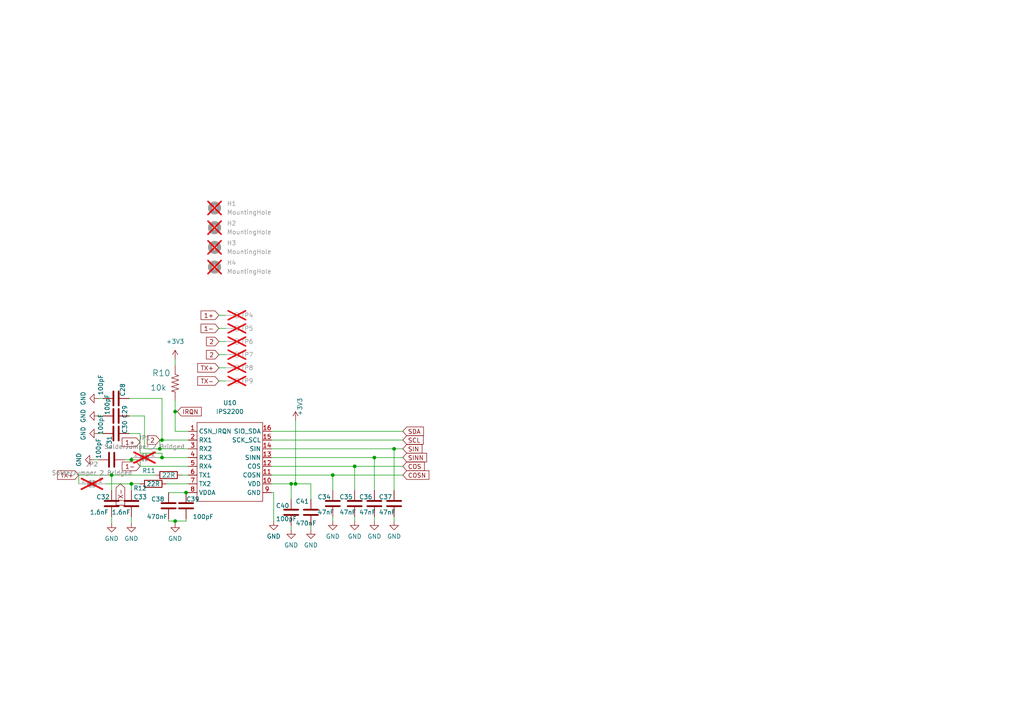
<source format=kicad_sch>
(kicad_sch (version 20230121) (generator eeschema)
  (paper "A4")
  (junction (at 63.5 -137.16))
  (junction (at 125.095 -146.05))
  (junction (at 377.19 -49.53))
  (junction (at 367.665 -72.39))
  (junction (at 359.41 -58.42))
  (junction (at 114.935 -146.05))
  (junction (at 63.5 -142.24))
  (junction (at 260.985 -58.42))
  (junction (at 104.14 -157.48))
  (junction (at 135.89 -146.05))
  (junction (at 66.04 -137.16))
  (junction (at 100.33 -135.255))
  (junction (at -9.525 -74.295))
  (junction (at 54.61 -157.48))
  (junction (at 157.48 -146.05))
  (junction (at 85.09 -137.16))
  (junction (at 82.55 -137.16))
  (junction (at 1.905 -84.455))
  (junction (at 87.63 -137.16))
  (junction (at -8.255 -92.075))
  (junction (at 4.445 -63.5))
  (junction (at 359.41 -68.58))
  (junction (at 8.89 -145.415))
  (junction (at 85.725 140.335))
  (junction (at 38.1 133.35))
  (junction (at -33.655 -50.165))
  (junction (at 360.045 -91.44))
  (junction (at -9.525 -71.755))
  (junction (at 238.125 -76.835))
  (junction (at 8.89 -141.605))
  (junction (at 125.095 -157.48))
  (junction (at 387.35 -93.98))
  (junction (at 285.115 -34.29))
  (junction (at 46.99 127.635))
  (junction (at 38.1 140.335))
  (junction (at 100.33 -142.24))
  (junction (at 135.89 -157.48))
  (junction (at 84.455 140.335))
  (junction (at 24.13 -63.5))
  (junction (at 377.825 -82.55))
  (junction (at 360.045 -101.6))
  (junction (at 227.33 -85.09))
  (junction (at 90.17 -137.16))
  (junction (at -9.525 -79.375))
  (junction (at 63.5 -157.48))
  (junction (at 53.975 142.875))
  (junction (at 114.935 -157.48))
  (junction (at 46.355 130.175))
  (junction (at 43.18 -147.32))
  (junction (at 253.365 -85.09))
  (junction (at 96.52 -137.16))
  (junction (at 239.395 -27.305))
  (junction (at 386.715 -60.96))
  (junction (at 102.87 135.255))
  (junction (at 220.345 -38.735))
  (junction (at 50.8 151.13))
  (junction (at 368.3 -105.41))
  (junction (at 146.685 -157.48))
  (junction (at 212.09 -34.925))
  (junction (at 96.52 137.795))
  (junction (at 46.99 132.715))
  (junction (at 260.985 -46.99))
  (junction (at 32.385 137.795))
  (junction (at 229.87 -15.875))
  (junction (at -9.525 -76.835))
  (junction (at 212.09 -24.765))
  (junction (at 146.685 -146.05))
  (junction (at 24.13 -73.66))
  (junction (at 92.71 -137.16))
  (junction (at 114.3 130.175))
  (junction (at 50.8 119.38))
  (junction (at 100.33 -157.48))
  (junction (at -6.35 -121.285))
  (junction (at 108.585 132.715))
  (junction (at 80.01 -137.16))
  (wire (pts (xy 363.855 -68.58) (xy 367.665 -72.39)))
  (wire (pts (xy 92.71 -137.16) (xy 96.52 -137.16)))
  (wire (pts (xy 24.13 -64.77) (xy 24.13 -63.5)))
  (wire (pts (xy 125.095 -156.21) (xy 125.095 -157.48)))
  (wire (pts (xy 19.685 -36.195) (xy 20.955 -36.195)))
  (wire (pts (xy 54.61 -133.35) (xy 54.61 -132.08)))
  (wire (pts (xy 30.48 140.335) (xy 38.1 140.335)))
  (wire (pts (xy -3.81 -33.02) (xy -2.54 -33.02)))
  (wire (pts (xy 239.395 -27.305) (xy 239.395 -25.4)))
  (wire (pts (xy 114.935 -140.97) (xy 114.935 -142.24)))
  (wire (pts (xy 38.1 133.35) (xy 40.64 133.35)))
  (wire (pts (xy 87.63 -124.46) (xy 87.63 -137.16)))
  (wire (pts (xy -10.795 -86.995) (xy -8.255 -86.995)))
  (wire (pts (xy 387.35 -84.455) (xy 387.35 -82.55)))
  (wire (pts (xy 29.845 120.65) (xy 28.575 120.65)))
  (wire (pts (xy 21.59 -121.285) (xy 33.655 -121.285)))
  (wire (pts (xy 253.365 -76.835) (xy 253.365 -76.2)))
  (wire (pts (xy 63.5 106.68) (xy 65.405 106.68)))
  (wire (pts (xy 43.18 -157.48) (xy 54.61 -157.48)))
  (wire (pts (xy 15.24 -145.415) (xy 8.89 -145.415)))
  (wire (pts (xy 125.095 -146.05) (xy 135.89 -146.05)))
  (wire (pts (xy 53.975 142.875) (xy 54.61 142.875)))
  (wire (pts (xy 207.01 -34.925) (xy 212.09 -34.925)))
  (wire (pts (xy 222.885 -15.875) (xy 229.87 -15.875)))
  (wire (pts (xy 49.53 -55.88) (xy 49.53 -53.34)))
  (wire (pts (xy 38.1 149.86) (xy 38.1 151.765)))
  (wire (pts (xy -24.765 -33.02) (xy -24.13 -33.02)))
  (wire (pts (xy -0.635 -84.455) (xy 1.905 -84.455)))
  (wire (pts (xy 159.385 -129.54) (xy 173.355 -129.54)))
  (wire (pts (xy 4.445 -73.66) (xy 4.445 -63.5)))
  (wire (pts (xy 115.57 -116.84) (xy 121.92 -116.84)))
  (wire (pts (xy -19.685 -118.745) (xy -19.685 -140.335)))
  (wire (pts (xy 144.145 -49.53) (xy 144.145 -47.625)))
  (wire (pts (xy -13.97 -25.4) (xy -13.97 -24.13)))
  (wire (pts (xy 46.99 115.57) (xy 46.99 127.635)))
  (wire (pts (xy 37.465 115.57) (xy 46.99 115.57)))
  (wire (pts (xy 102.87 149.86) (xy 102.87 151.13)))
  (wire (pts (xy 6.35 -63.5) (xy 4.445 -63.5)))
  (wire (pts (xy 92.71 -137.16) (xy 92.71 -124.46)))
  (wire (pts (xy 143.51 -107.95) (xy 143.51 -114.3)))
  (wire (pts (xy 370.84 -104.14) (xy 370.84 -105.41)))
  (wire (pts (xy 63.5 -157.48) (xy 63.5 -142.24)))
  (wire (pts (xy -6.35 -132.715) (xy -6.35 -121.285)))
  (wire (pts (xy 71.12 -124.46) (xy 71.12 -137.16)))
  (wire (pts (xy 386.715 -60.96) (xy 392.43 -60.96)))
  (wire (pts (xy 117.475 -38.1) (xy 115.57 -38.1)))
  (wire (pts (xy 85.725 121.92) (xy 85.725 140.335)))
  (wire (pts (xy 85.09 -124.46) (xy 85.09 -137.16)))
  (wire (pts (xy 38.1 132.715) (xy 38.1 133.35)))
  (wire (pts (xy 135.89 -157.48) (xy 146.685 -157.48)))
  (wire (pts (xy 63.5 91.44) (xy 65.405 91.44)))
  (wire (pts (xy 135.89 -156.21) (xy 135.89 -157.48)))
  (wire (pts (xy 146.685 -157.48) (xy 157.48 -157.48)))
  (wire (pts (xy 114.935 -146.05) (xy 104.14 -146.05)))
  (wire (pts (xy 19.685 -38.735) (xy 20.955 -38.735)))
  (wire (pts (xy 52.07 -105.41) (xy 38.1 -105.41)))
  (wire (pts (xy 360.045 -91.44) (xy 360.045 -90.805)))
  (wire (pts (xy 260.985 -58.42) (xy 285.115 -58.42)))
  (wire (pts (xy 80.01 -137.16) (xy 82.55 -137.16)))
  (wire (pts (xy 28.575 133.35) (xy 27.305 133.35)))
  (wire (pts (xy 159.385 -107.95) (xy 159.385 -106.68)))
  (wire (pts (xy 54.61 -147.32) (xy 54.61 -148.59)))
  (wire (pts (xy 1.905 -84.455) (xy 4.445 -84.455)))
  (wire (pts (xy -9.525 -79.375) (xy -9.525 -76.835)))
  (wire (pts (xy 387.35 -93.98) (xy 387.35 -92.075)))
  (wire (pts (xy 108.585 132.715) (xy 108.585 142.24)))
  (wire (pts (xy 260.985 -48.895) (xy 260.985 -46.99)))
  (wire (pts (xy 46.99 127.635) (xy 46.355 127.635)))
  (wire (pts (xy 46.355 127.635) (xy 46.355 130.175)))
  (wire (pts (xy 46.355 130.175) (xy 54.61 130.175)))
  (wire (pts (xy 54.61 127.635) (xy 46.99 127.635)))
  (wire (pts (xy -6.35 -141.605) (xy 8.89 -141.605)))
  (wire (pts (xy 360.045 -101.6) (xy 364.49 -101.6)))
  (wire (pts (xy 40.64 125.73) (xy 40.64 131.445)))
  (wire (pts (xy 37.465 125.73) (xy 40.64 125.73)))
  (wire (pts (xy 46.99 131.445) (xy 46.99 132.715)))
  (wire (pts (xy 40.64 131.445) (xy 46.99 131.445)))
  (wire (pts (xy 222.885 -37.465) (xy 222.885 -38.735)))
  (wire (pts (xy 50.8 -39.37) (xy 52.07 -39.37)))
  (wire (pts (xy 143.51 -114.3) (xy 134.62 -114.3)))
  (wire (pts (xy -33.655 -53.975) (xy -33.655 -50.165)))
  (wire (pts (xy 96.52 -142.24) (xy 96.52 -137.16)))
  (wire (pts (xy 359.41 -58.42) (xy 359.41 -57.785)))
  (wire (pts (xy 157.48 -148.59) (xy 157.48 -146.05)))
  (wire (pts (xy 212.09 -26.035) (xy 212.09 -24.765)))
  (wire (pts (xy 207.01 -33.655) (xy 207.01 -34.925)))
  (wire (pts (xy -19.685 -118.745) (xy -20.955 -118.745)))
  (wire (pts (xy 245.745 -85.09) (xy 253.365 -85.09)))
  (wire (pts (xy 144.145 -34.925) (xy 144.145 -37.465)))
  (wire (pts (xy 387.35 -93.98) (xy 393.065 -93.98)))
  (wire (pts (xy 354.33 -58.42) (xy 359.41 -58.42)))
  (wire (pts (xy 114.935 -156.21) (xy 114.935 -157.48)))
  (wire (pts (xy 233.045 -27.305) (xy 239.395 -27.305)))
  (wire (pts (xy 260.985 -59.055) (xy 260.985 -58.42)))
  (wire (pts (xy 260.985 -46.99) (xy 260.985 -45.72)))
  (wire (pts (xy 377.825 -82.55) (xy 377.825 -81.28)))
  (wire (pts (xy 354.33 -59.69) (xy 354.33 -58.42)))
  (wire (pts (xy 54.61 125.095) (xy 50.8 125.095)))
  (wire (pts (xy 115.57 -35.56) (xy 117.475 -35.56)))
  (wire (pts (xy -15.24 -140.335) (xy -15.24 -139.7)))
  (wire (pts (xy 102.87 135.255) (xy 102.87 142.24)))
  (wire (pts (xy 87.63 -137.16) (xy 90.17 -137.16)))
  (wire (pts (xy 43.18 -147.32) (xy 54.61 -147.32)))
  (wire (pts (xy 222.885 -17.145) (xy 222.885 -15.875)))
  (wire (pts (xy 296.545 -43.18) (xy 295.275 -43.18)))
  (wire (pts (xy 42.545 -63.5) (xy 44.45 -63.5)))
  (wire (pts (xy 146.685 -118.11) (xy 145.415 -118.11)))
  (wire (pts (xy 114.3 130.175) (xy 114.3 142.24)))
  (wire (pts (xy 63.5 99.06) (xy 65.405 99.06)))
  (wire (pts (xy -19.685 -140.335) (xy -15.24 -140.335)))
  (wire (pts (xy 260.985 -58.42) (xy 252.73 -58.42)))
  (wire (pts (xy -9.525 -71.755) (xy -9.525 -74.295)))
  (wire (pts (xy 90.17 -124.46) (xy 90.17 -137.16)))
  (wire (pts (xy 50.8 119.38) (xy 50.8 125.095)))
  (wire (pts (xy 38.1 -93.98) (xy 52.07 -93.98)))
  (wire (pts (xy 100.33 -135.255) (xy 100.33 -124.46)))
  (wire (pts (xy 359.41 -69.215) (xy 359.41 -68.58)))
  (wire (pts (xy 29.845 125.73) (xy 28.575 125.73)))
  (wire (pts (xy 66.04 -124.46) (xy 66.04 -137.16)))
  (wire (pts (xy 52.07 -71.12) (xy 45.085 -71.12)))
  (wire (pts (xy 103.505 -127) (xy 103.505 -125.73)))
  (wire (pts (xy 154.305 -107.95) (xy 143.51 -107.95)))
  (wire (pts (xy 227.33 -76.835) (xy 238.125 -76.835)))
  (wire (pts (xy 114.935 -157.48) (xy 125.095 -157.48)))
  (wire (pts (xy 368.3 -105.41) (xy 368.3 -106.045)))
  (wire (pts (xy 135.89 -148.59) (xy 135.89 -146.05)))
  (wire (pts (xy 260.985 -58.42) (xy 260.985 -56.515)))
  (wire (pts (xy 50.8 151.13) (xy 50.8 151.765)))
  (wire (pts (xy 50.8 119.38) (xy 51.435 119.38)))
  (wire (pts (xy 370.205 -49.53) (xy 377.19 -49.53)))
  (wire (pts (xy 43.18 -148.59) (xy 43.18 -147.32)))
  (wire (pts (xy 63.5 -137.16) (xy 63.5 -124.46)))
  (wire (pts (xy 79.375 142.875) (xy 79.375 151.13)))
  (wire (pts (xy 79.375 142.875) (xy 78.74 142.875)))
  (wire (pts (xy 252.73 -58.42) (xy 252.73 -56.515)))
  (wire (pts (xy 114.935 -148.59) (xy 114.935 -146.05)))
  (wire (pts (xy 370.205 -71.12) (xy 370.205 -72.39)))
  (wire (pts (xy 8.89 -145.415) (xy 8.89 -141.605)))
  (wire (pts (xy 157.48 -146.05) (xy 157.48 -144.78)))
  (wire (pts (xy 114.935 -133.35) (xy 114.935 -132.08)))
  (wire (pts (xy 168.91 -118.11) (xy 167.005 -118.11)))
  (wire (pts (xy 74.93 -137.16) (xy 80.01 -137.16)))
  (wire (pts (xy 367.665 -72.39) (xy 370.205 -72.39)))
  (wire (pts (xy 142.875 -128.27) (xy 142.875 -121.92)))
  (wire (pts (xy 38.1 -96.52) (xy 52.07 -96.52)))
  (wire (pts (xy 38.1 -101.6) (xy 52.07 -101.6)))
  (wire (pts (xy 52.07 -66.04) (xy 44.45 -66.04)))
  (wire (pts (xy 103.505 -134.62) (xy 103.505 -135.255)))
  (wire (pts (xy 100.33 -135.255) (xy 103.505 -135.255)))
  (wire (pts (xy 285.115 -34.29) (xy 285.115 -32.385)))
  (wire (pts (xy 96.52 149.86) (xy 96.52 151.13)))
  (wire (pts (xy 54.61 -156.21) (xy 54.61 -157.48)))
  (wire (pts (xy 157.48 -156.21) (xy 157.48 -157.48)))
  (wire (pts (xy 36.195 133.35) (xy 38.1 133.35)))
  (wire (pts (xy 40.64 133.35) (xy 40.64 135.255)))
  (wire (pts (xy 40.64 135.255) (xy 54.61 135.255)))
  (wire (pts (xy 4.445 -63.5) (xy 4.445 -60.96)))
  (wire (pts (xy 364.49 -101.6) (xy 368.3 -105.41)))
  (wire (pts (xy 354.965 -101.6) (xy 360.045 -101.6)))
  (wire (pts (xy 381 -93.98) (xy 387.35 -93.98)))
  (wire (pts (xy 212.09 -35.56) (xy 212.09 -34.925)))
  (wire (pts (xy 115.57 -45.72) (xy 118.11 -45.72)))
  (wire (pts (xy 354.965 -91.44) (xy 360.045 -91.44)))
  (wire (pts (xy -10.795 -92.075) (xy -8.255 -92.075)))
  (wire (pts (xy -10.795 -84.455) (xy -8.255 -84.455)))
  (wire (pts (xy 207.01 -26.035) (xy 207.01 -24.765)))
  (wire (pts (xy -15.24 -121.285) (xy -6.35 -121.285)))
  (wire (pts (xy 74.93 -124.46) (xy 74.93 -137.16)))
  (wire (pts (xy 108.585 149.86) (xy 108.585 151.13)))
  (wire (pts (xy 370.84 -82.55) (xy 377.825 -82.55)))
  (wire (pts (xy 80.01 -124.46) (xy 80.01 -137.16)))
  (wire (pts (xy 41.91 120.65) (xy 41.91 130.175)))
  (wire (pts (xy 37.465 120.65) (xy 41.91 120.65)))
  (wire (pts (xy 41.91 130.175) (xy 46.355 130.175)))
  (wire (pts (xy 229.87 -15.875) (xy 239.395 -15.875)))
  (wire (pts (xy 53.975 150.495) (xy 53.975 151.13)))
  (wire (pts (xy 285.115 -35.56) (xy 285.115 -34.29)))
  (wire (pts (xy 52.07 -90.17) (xy 38.1 -90.17)))
  (wire (pts (xy 13.97 -73.66) (xy 24.13 -73.66)))
  (wire (pts (xy -26.035 -53.975) (xy -26.035 -50.165)))
  (wire (pts (xy 21.59 -116.205) (xy 33.655 -116.205)))
  (wire (pts (xy 50.8 116.205) (xy 50.8 119.38)))
  (wire (pts (xy 146.685 -156.21) (xy 146.685 -157.48)))
  (wire (pts (xy 50.8 -41.91) (xy 52.07 -41.91)))
  (wire (pts (xy 15.24 -136.525) (xy 15.24 -135.255)))
  (wire (pts (xy 115.57 -33.02) (xy 117.475 -33.02)))
  (wire (pts (xy 115.57 -114.3) (xy 127 -114.3)))
  (wire (pts (xy 212.09 -24.765) (xy 212.09 -24.13)))
  (wire (pts (xy 96.52 137.795) (xy 96.52 142.24)))
  (wire (pts (xy 19.685 -41.275) (xy 20.955 -41.275)))
  (wire (pts (xy 48.895 142.875) (xy 53.975 142.875)))
  (wire (pts (xy 48.895 151.13) (xy 50.8 151.13)))
  (wire (pts (xy 6.35 -73.66) (xy 4.445 -73.66)))
  (wire (pts (xy 1.905 -92.075) (xy 6.985 -92.075)))
  (wire (pts (xy 359.41 -68.58) (xy 363.855 -68.58)))
  (wire (pts (xy 104.14 -157.48) (xy 114.935 -157.48)))
  (wire (pts (xy -15.24 -132.08) (xy -15.24 -121.285)))
  (wire (pts (xy 100.33 -157.48) (xy 100.33 -142.24)))
  (wire (pts (xy 8.89 -108.585) (xy 8.89 -107.315)))
  (wire (pts (xy -9.525 -76.835) (xy 1.905 -76.835)))
  (wire (pts (xy 253.365 -85.09) (xy 253.365 -86.36)))
  (wire (pts (xy -33.655 -50.165) (xy -26.035 -50.165)))
  (wire (pts (xy 85.725 140.335) (xy 90.17 140.335)))
  (wire (pts (xy 90.17 140.335) (xy 90.17 144.78)))
  (wire (pts (xy 84.455 140.335) (xy 85.725 140.335)))
  (wire (pts (xy 22.86 137.795) (xy 32.385 137.795)))
  (wire (pts (xy 22.86 137.795) (xy 22.86 140.335)))
  (wire (pts (xy 32.385 137.795) (xy 45.085 137.795)))
  (wire (pts (xy 38.1 140.335) (xy 40.64 140.335)))
  (wire (pts (xy 83.82 -22.86) (xy 83.82 -20.32)))
  (wire (pts (xy 377.825 -82.55) (xy 387.35 -82.55)))
  (wire (pts (xy 54.61 -140.97) (xy 54.61 -142.24)))
  (wire (pts (xy 297.18 -50.8) (xy 295.275 -50.8)))
  (wire (pts (xy 78.74 127.635) (xy 116.84 127.635)))
  (wire (pts (xy 96.52 -124.46) (xy 96.52 -137.16)))
  (wire (pts (xy 96.52 -142.24) (xy 100.33 -142.24)))
  (wire (pts (xy 85.09 -137.16) (xy 87.63 -137.16)))
  (wire (pts (xy -13.97 -46.99) (xy -13.97 -45.72)))
  (wire (pts (xy -10.795 -79.375) (xy -9.525 -79.375)))
  (wire (pts (xy 16.51 -68.58) (xy 19.05 -68.58)))
  (wire (pts (xy 285.115 -34.29) (xy 296.545 -34.29)))
  (wire (pts (xy 66.04 -137.16) (xy 63.5 -137.16)))
  (wire (pts (xy 360.045 -92.71) (xy 360.045 -91.44)))
  (wire (pts (xy -31.75 -118.745) (xy -31.75 -118.11)))
  (wire (pts (xy -0.635 -86.995) (xy 1.905 -86.995)))
  (wire (pts (xy 159.385 -106.68) (xy 173.355 -106.68)))
  (wire (pts (xy 63.5 -158.75) (xy 63.5 -157.48)))
  (wire (pts (xy 153.67 -48.895) (xy 153.67 -47.625)))
  (wire (pts (xy 354.965 -100.33) (xy 354.965 -101.6)))
  (wire (pts (xy 239.395 -17.78) (xy 239.395 -15.875)))
  (wire (pts (xy 90.17 152.4) (xy 90.17 153.67)))
  (wire (pts (xy 216.535 -34.925) (xy 220.345 -38.735)))
  (wire (pts (xy 38.1 -99.06) (xy 52.07 -99.06)))
  (wire (pts (xy 377.19 -49.53) (xy 386.715 -49.53)))
  (wire (pts (xy 45.085 -71.12) (xy 45.085 -73.66)))
  (wire (pts (xy 63.5 95.25) (xy 65.405 95.25)))
  (wire (pts (xy 212.09 -34.925) (xy 212.09 -33.655)))
  (wire (pts (xy 386.715 -60.96) (xy 386.715 -59.055)))
  (wire (pts (xy 4.445 -84.455) (xy 4.445 -83.185)))
  (wire (pts (xy 146.685 -148.59) (xy 146.685 -146.05)))
  (wire (pts (xy 207.01 -24.765) (xy 212.09 -24.765)))
  (wire (pts (xy 24.13 -72.39) (xy 24.13 -73.66)))
  (wire (pts (xy 78.74 135.255) (xy 102.87 135.255)))
  (wire (pts (xy 102.87 135.255) (xy 116.84 135.255)))
  (wire (pts (xy 43.18 -147.32) (xy 43.18 -146.05)))
  (wire (pts (xy 100.33 -142.24) (xy 100.33 -135.255)))
  (wire (pts (xy 19.685 -48.895) (xy 20.955 -48.895)))
  (wire (pts (xy 32.385 149.86) (xy 32.385 151.765)))
  (wire (pts (xy -15.24 -116.205) (xy -3.81 -116.205)))
  (wire (pts (xy 4.445 -83.185) (xy 6.985 -83.185)))
  (wire (pts (xy 220.345 -38.735) (xy 222.885 -38.735)))
  (wire (pts (xy 380.365 -60.96) (xy 386.715 -60.96)))
  (wire (pts (xy 96.52 137.795) (xy 116.84 137.795)))
  (wire (pts (xy 78.74 137.795) (xy 96.52 137.795)))
  (wire (pts (xy 78.74 130.175) (xy 114.3 130.175)))
  (wire (pts (xy 114.3 130.175) (xy 116.84 130.175)))
  (wire (pts (xy 368.3 -105.41) (xy 370.84 -105.41)))
  (wire (pts (xy 121.92 -121.92) (xy 127 -121.92)))
  (wire (pts (xy 252.73 -46.99) (xy 260.985 -46.99)))
  (wire (pts (xy 6.985 -93.345) (xy 6.985 -92.075)))
  (wire (pts (xy 125.095 -157.48) (xy 135.89 -157.48)))
  (wire (pts (xy 19.685 -46.355) (xy 20.955 -46.355)))
  (wire (pts (xy 21.59 -113.665) (xy 33.655 -113.665)))
  (wire (pts (xy 239.395 -27.305) (xy 245.11 -27.305)))
  (wire (pts (xy 43.18 -156.21) (xy 43.18 -157.48)))
  (wire (pts (xy 104.14 -156.21) (xy 104.14 -157.48)))
  (wire (pts (xy 13.97 -63.5) (xy 24.13 -63.5)))
  (wire (pts (xy 142.875 -121.92) (xy 134.62 -121.92)))
  (wire (pts (xy 100.33 -157.48) (xy 104.14 -157.48)))
  (wire (pts (xy 135.89 -146.05) (xy 146.685 -146.05)))
  (wire (pts (xy 4.445 -43.815) (xy 20.955 -43.815)))
  (wire (pts (xy 100.33 -158.75) (xy 100.33 -157.48)))
  (wire (pts (xy 8.89 -146.685) (xy 8.89 -145.415)))
  (wire (pts (xy 125.095 -148.59) (xy 125.095 -146.05)))
  (wire (pts (xy 29.845 115.57) (xy 28.575 115.57)))
  (wire (pts (xy 354.33 -67.31) (xy 354.33 -68.58)))
  (wire (pts (xy 44.45 -66.04) (xy 44.45 -63.5)))
  (wire (pts (xy 377.19 -49.53) (xy 377.19 -48.26)))
  (wire (pts (xy 295.275 -40.64) (xy 296.545 -40.64)))
  (wire (pts (xy 370.205 -50.8) (xy 370.205 -49.53)))
  (wire (pts (xy 63.5 110.49) (xy 65.405 110.49)))
  (wire (pts (xy 154.305 -128.27) (xy 142.875 -128.27)))
  (wire (pts (xy -33.655 -50.165) (xy -33.655 -48.895)))
  (wire (pts (xy 359.41 -59.69) (xy 359.41 -58.42)))
  (wire (pts (xy -2.54 -38.1) (xy -3.81 -38.1)))
  (wire (pts (xy 71.12 -137.16) (xy 66.04 -137.16)))
  (wire (pts (xy 24.13 -63.5) (xy 34.925 -63.5)))
  (wire (pts (xy 100.33 -142.24) (xy 114.935 -142.24)))
  (wire (pts (xy 220.345 -38.735) (xy 220.345 -39.37)))
  (wire (pts (xy 1.905 -86.995) (xy 1.905 -84.455)))
  (wire (pts (xy 159.385 -129.54) (xy 159.385 -128.27)))
  (wire (pts (xy 8.89 -141.605) (xy 8.89 -128.905)))
  (wire (pts (xy 48.895 150.495) (xy 48.895 151.13)))
  (wire (pts (xy 114.935 -146.05) (xy 125.095 -146.05)))
  (wire (pts (xy 78.74 132.715) (xy 108.585 132.715)))
  (wire (pts (xy 108.585 132.715) (xy 116.84 132.715)))
  (wire (pts (xy 238.125 -77.47) (xy 238.125 -76.835)))
  (wire (pts (xy 21.59 -123.825) (xy 33.655 -123.825)))
  (wire (pts (xy 54.61 -157.48) (xy 63.5 -157.48)))
  (wire (pts (xy 71.12 -22.86) (xy 71.12 -20.32)))
  (wire (pts (xy 50.8 104.14) (xy 50.8 106.045)))
  (wire (pts (xy 104.14 -148.59) (xy 104.14 -146.05)))
  (wire (pts (xy -6.35 -140.335) (xy -6.35 -141.605)))
  (wire (pts (xy 296.545 -40.64) (xy 296.545 -34.29)))
  (wire (pts (xy 115.57 -43.18) (xy 118.11 -43.18)))
  (wire (pts (xy -9.525 -74.295) (xy 1.905 -74.295)))
  (wire (pts (xy 6.985 -83.185) (xy 6.985 -81.915)))
  (wire (pts (xy 24.13 -73.66) (xy 45.085 -73.66)))
  (wire (pts (xy 29.21 -68.58) (xy 31.75 -68.58)))
  (wire (pts (xy -10.795 -76.835) (xy -9.525 -76.835)))
  (wire (pts (xy 252.73 -48.895) (xy 252.73 -46.99)))
  (wire (pts (xy 82.55 -124.46) (xy 82.55 -137.16)))
  (wire (pts (xy 84.455 152.4) (xy 84.455 153.67)))
  (wire (pts (xy 54.61 -142.24) (xy 63.5 -142.24)))
  (wire (pts (xy 121.92 -121.92) (xy 121.92 -116.84)))
  (wire (pts (xy 90.17 -137.16) (xy 92.71 -137.16)))
  (wire (pts (xy 227.33 -85.09) (xy 227.33 -86.36)))
  (wire (pts (xy 52.705 137.795) (xy 54.61 137.795)))
  (wire (pts (xy 227.33 -77.47) (xy 227.33 -76.835)))
  (wire (pts (xy 63.5 102.87) (xy 65.405 102.87)))
  (wire (pts (xy 359.41 -68.58) (xy 359.41 -67.31)))
  (wire (pts (xy 38.1 140.335) (xy 38.1 142.24)))
  (wire (pts (xy 53.975 151.13) (xy 50.8 151.13)))
  (wire (pts (xy -31.75 -19.685) (xy -31.75 -18.415)))
  (wire (pts (xy -10.795 -74.295) (xy -9.525 -74.295)))
  (wire (pts (xy 354.965 -92.71) (xy 354.965 -91.44)))
  (wire (pts (xy 52.07 -53.34) (xy 49.53 -53.34)))
  (wire (pts (xy 296.545 -45.72) (xy 295.275 -45.72)))
  (wire (pts (xy -10.795 -71.755) (xy -9.525 -71.755)))
  (wire (pts (xy -31.75 -118.745) (xy -31.115 -118.745)))
  (wire (pts (xy 84.455 140.335) (xy 84.455 144.78)))
  (wire (pts (xy 78.74 140.335) (xy 84.455 140.335)))
  (wire (pts (xy 82.55 -137.16) (xy 85.09 -137.16)))
  (wire (pts (xy 386.715 -51.435) (xy 386.715 -49.53)))
  (wire (pts (xy 146.685 -146.05) (xy 157.48 -146.05)))
  (wire (pts (xy 370.84 -83.82) (xy 370.84 -82.55)))
  (wire (pts (xy -8.255 -93.345) (xy -8.255 -92.075)))
  (wire (pts (xy 63.5 -142.24) (xy 63.5 -137.16)))
  (wire (pts (xy 32.385 142.24) (xy 32.385 137.795)))
  (wire (pts (xy 45.72 132.715) (xy 46.99 132.715)))
  (wire (pts (xy 367.665 -72.39) (xy 367.665 -73.025)))
  (wire (pts (xy 230.505 -85.09) (xy 227.33 -85.09)))
  (wire (pts (xy 354.33 -68.58) (xy 359.41 -68.58)))
  (wire (pts (xy 54.61 132.715) (xy 46.99 132.715)))
  (wire (pts (xy 78.74 125.095) (xy 116.84 125.095)))
  (wire (pts (xy 153.67 -34.925) (xy 153.67 -37.465)))
  (wire (pts (xy -8.255 -92.075) (xy -5.715 -92.075)))
  (wire (pts (xy 253.365 -84.455) (xy 253.365 -85.09)))
  (wire (pts (xy 212.09 -34.925) (xy 216.535 -34.925)))
  (wire (pts (xy -24.765 -38.1) (xy -24.13 -38.1)))
  (wire (pts (xy 229.87 -15.875) (xy 229.87 -14.605)))
  (wire (pts (xy -6.35 -121.285) (xy -3.81 -121.285)))
  (wire (pts (xy 360.045 -101.6) (xy 360.045 -100.33)))
  (wire (pts (xy 114.3 149.86) (xy 114.3 151.13)))
  (wire (pts (xy 238.125 -76.835) (xy 238.125 -76.2)))
  (wire (pts (xy 360.045 -102.235) (xy 360.045 -101.6)))
  (wire (pts (xy 15.24 -144.145) (xy 15.24 -145.415)))
  (wire (pts (xy 48.26 140.335) (xy 54.61 140.335)))
  (rectangle (start -45.085 -170.18) (end 180.34 -6.35))
  (rectangle (start 189.865 -168.91) (end 300.99 -71.12))
  (text "Crystal" (at 20.955 -75.565 0) (effects (font (size 2.54 2.54)) (justify left bottom)))
  (text "CPU" (at -39.37 -160.655 0) (effects (font (size 3 3)) (justify left bottom)))
  (text "Make sure C54\nis close to\npin 44 of RP2040" (at 122.555 -134.62 0) (effects (font (size 1.27 1.27)) (justify left bottom)))
  (text "Make sure C8 is\nclose to pin 45\nof RP2040" (at 36.83 -129.54 0) (effects (font (size 1.27 1.27)) (justify left bottom)))
  (text "Debug" (at 18.415 -52.705 0) (effects (font (size 1.27 1.27)) (justify left bottom)))
  (text "TVS protection" (at -12.7 -24.765 0) (effects (font (size 1.27 1.27)) (justify left bottom)))
  (text "Flash" (at -9.525 -147.32 0) (effects (font (size 2.54 2.54)) (justify left bottom)))
  (label "SWCLK_2" (at -24.765 -33.02 180))
  (label "QSPI_SD2_2" (at 38.1 -96.52 0))
  (label "SWD_2" (at -24.765 -38.1 180))
  (label "QSPI_SD0_2" (at 33.655 -123.825 180))
  (label "QSPI_SD3_2" (at 33.655 -113.665 180))
  (label "QSPI_SS_2" (at 38.1 -105.41 0))
  (label "1V1" (at 63.5 -158.75 90))
  (label "RXI_2" (at 19.685 -41.275 180))
  (label "USB_DP_2" (at 121.92 -120.015 90))
  (label "RXI_2" (at -2.54 -38.1 0))
  (label "RXI_2" (at 118.11 -43.18 0))
  (label "TXO_2" (at 19.685 -38.735 180))
  (label "QSPI_SS_2" (at -15.24 -132.08 270))
  (label "TXO_2" (at -2.54 -33.02 0))
  (label "SWCLK_2" (at 50.8 -41.91 180))
  (label "SWCLK_2" (at 19.685 -48.895 180))
  (label "USB_DN_2" (at 118.11 -114.3 0))
  (label "USB_D_2-" (at 1.905 -76.835 180))
  (label "USB_D_2+" (at 1.905 -74.295 180))
  (label "USB_D_2-" (at 173.355 -106.68 180))
  (label "QSPI_SCLK_2" (at -15.24 -116.205 0))
  (label "QSPI_SD0_2" (at 38.1 -101.6 0))
  (label "QSPI_SD3_2" (at 38.1 -93.98 0))
  (label "SWD_2" (at 50.8 -39.37 180))
  (label "SWD_2" (at 19.685 -46.355 180))
  (label "QSPI_SD2_2" (at 33.655 -116.205 180))
  (label "TXO_2" (at 118.11 -45.72 0))
  (label "QSPI_SCLK_2" (at 38.1 -90.17 0))
  (label "USB_D_2+" (at 173.355 -129.54 180))
  (label "QSPI_SD1_2" (at 38.1 -99.06 0))
  (label "~{USB_BOOT_2}" (at -19.685 -139.7 270))
  (label "QSPI_SD1_2" (at 33.655 -121.285 180))
  (global_label "1-" (shape input) (at 40.64 135.255 180) (property "Intersheetrefs" "${INTERSHEET_REFS}" (effects hide)))
  (global_label "IRQN" (shape input) (at 51.435 119.38 0) (property "Intersheetrefs" "${INTERSHEET_REFS}" (effects hide)))
  (global_label "1+" (shape input) (at 40.64 128.27 180) (property "Intersheetrefs" "${INTERSHEET_REFS}" (effects hide)))
  (global_label "COS" (shape input) (at 116.84 135.255 0) (property "Intersheetrefs" "${INTERSHEET_REFS}" (effects hide)))
  (global_label "SCL" (shape input) (at 115.57 -104.14 0) (property "Intersheetrefs" "${INTERSHEET_REFS}" (effects hide)))
  (global_label "RDY" (shape input) (at 115.57 -99.06 0) (property "Intersheetrefs" "${INTERSHEET_REFS}" (effects hide)))
  (global_label "SDA" (shape input) (at 116.84 125.095 0) (property "Intersheetrefs" "${INTERSHEET_REFS}" (effects hide)))
  (global_label "SIN" (shape input) (at 116.84 130.175 0) (property "Intersheetrefs" "${INTERSHEET_REFS}" (effects hide)))
  (global_label "SCL" (shape input) (at 296.545 -45.72 0) (property "Intersheetrefs" "${INTERSHEET_REFS}" (effects hide)))
  (global_label "MAG1" (shape input) (at 245.11 -27.305 0) (property "Intersheetrefs" "${INTERSHEET_REFS}" (effects hide)))
  (global_label "TX-" (shape input) (at 34.925 140.335 270) (property "Intersheetrefs" "${INTERSHEET_REFS}" (effects hide)))
  (global_label "COSN" (shape input) (at 116.84 137.795 0) (property "Intersheetrefs" "${INTERSHEET_REFS}" (effects hide)))
  (global_label "MAG2" (shape input) (at 117.475 -35.56 0) (property "Intersheetrefs" "${INTERSHEET_REFS}" (effects hide)))
  (global_label "TX-" (shape input) (at 63.5 110.49 180) (property "Intersheetrefs" "${INTERSHEET_REFS}" (effects hide)))
  (global_label "COSN" (shape input) (at 274.955 -48.26 180) (property "Intersheetrefs" "${INTERSHEET_REFS}" (effects hide)))
  (global_label "MAG3" (shape input) (at 117.475 -33.02 0) (property "Intersheetrefs" "${INTERSHEET_REFS}" (effects hide)))
  (global_label "2" (shape input) (at 63.5 102.87 180) (property "Intersheetrefs" "${INTERSHEET_REFS}" (effects hide)))
  (global_label "MAG2" (shape input) (at 393.065 -93.98 0) (property "Intersheetrefs" "${INTERSHEET_REFS}" (effects hide)))
  (global_label "SDA" (shape input) (at 153.67 -34.925 0) (property "Intersheetrefs" "${INTERSHEET_REFS}" (effects hide)))
  (global_label "2" (shape input) (at 63.5 99.06 180) (property "Intersheetrefs" "${INTERSHEET_REFS}" (effects hide)))
  (global_label "TX+" (shape input) (at 22.86 137.795 180) (property "Intersheetrefs" "${INTERSHEET_REFS}" (effects hide)))
  (global_label "SINN" (shape input) (at 116.84 132.715 0) (property "Intersheetrefs" "${INTERSHEET_REFS}" (effects hide)))
  (global_label "SDA" (shape input) (at 296.545 -43.18 0) (property "Intersheetrefs" "${INTERSHEET_REFS}" (effects hide)))
  (global_label "2" (shape input) (at 46.355 127.635 180) (property "Intersheetrefs" "${INTERSHEET_REFS}" (effects hide)))
  (global_label "COS" (shape input) (at 274.955 -45.72 180) (property "Intersheetrefs" "${INTERSHEET_REFS}" (effects hide)))
  (global_label "MAG3" (shape input) (at 392.43 -60.96 0) (property "Intersheetrefs" "${INTERSHEET_REFS}" (effects hide)))
  (global_label "1+" (shape input) (at 63.5 91.44 180) (property "Intersheetrefs" "${INTERSHEET_REFS}" (effects hide)))
  (global_label "SCL" (shape input) (at 116.84 127.635 0) (property "Intersheetrefs" "${INTERSHEET_REFS}" (effects hide)))
  (global_label "SINN" (shape input) (at 274.955 -43.18 180) (property "Intersheetrefs" "${INTERSHEET_REFS}" (effects hide)))
  (global_label "1-" (shape input) (at 63.5 95.25 180) (property "Intersheetrefs" "${INTERSHEET_REFS}" (effects hide)))
  (global_label "RDY" (shape input) (at 297.18 -50.8 0) (property "Intersheetrefs" "${INTERSHEET_REFS}" (effects hide)))
  (global_label "TX+" (shape input) (at 63.5 106.68 180) (property "Intersheetrefs" "${INTERSHEET_REFS}" (effects hide)))
  (global_label "MAG1" (shape input) (at 117.475 -38.1 0) (property "Intersheetrefs" "${INTERSHEET_REFS}" (effects hide)))
  (global_label "IRQN" (shape input) (at 115.57 -101.6 0) (property "Intersheetrefs" "${INTERSHEET_REFS}" (effects hide)))
  (global_label "SDA" (shape input) (at 115.57 -106.68 0) (property "Intersheetrefs" "${INTERSHEET_REFS}" (effects hide)))
  (global_label "SCL" (shape input) (at 144.145 -34.925 0) (property "Intersheetrefs" "${INTERSHEET_REFS}" (effects hide)))
  (global_label "SIN" (shape input) (at 274.955 -40.64 180) (property "Intersheetrefs" "${INTERSHEET_REFS}" (effects hide)))
  (symbol (lib_id "power:GND") (at -31.75 -118.11 0) (unit 1)
    (property "Reference" "#PWR09" (effects hide))
    (property "Value" "GND" (at -31.623 -113.7158 0))
  )
  (symbol (lib_id "Device:C") (at 104.14 -152.4 0) (unit 1)
    (property "Reference" "C3" (at 107.061 -153.5684 0) (effects (justify left)))
    (property "Value" "100n" (at 107.061 -151.257 0) (effects (justify left)))
    (property "Footprint" "Capacitor_SMD:C_0603_1608Metric" (effects hide))
    (property "LCSC" "C14663" (effects hide))
  )
  (symbol (lib_id "power:GND") (at 84.455 153.67 0) (unit 1)
    (property "Reference" "#PWR063" (effects hide))
    (property "Value" "GND" (at 84.455 158.115 0))
  )
  (symbol (lib_id "Device:C") (at 260.985 -52.705 0) (unit 1)
    (property "Reference" "C24" (at 254.254 -54.991 0) (effects (font (size 1.778 1.778)) (justify left bottom)))
    (property "Value" "100n" (at 254.2286 -48.641 0) (effects (font (size 1.778 1.778)) (justify left bottom)))
    (property "Footprint" "Capacitor_SMD:C_0603_1608Metric" (effects hide))
  )
  (symbol (lib_id "power:GND") (at 38.1 151.765 0) (unit 1)
    (property "Reference" "#PWR061" (effects hide))
    (property "Value" "GND" (at 38.1 156.21 0))
  )
  (symbol (lib_id "power:GND") (at 377.19 -48.26 0) (unit 1)
    (property "Reference" "#PWR035" (effects hide))
    (property "Value" "GND" (at 374.142 -45.7708 0))
  )
  (symbol (lib_id "power:GND") (at 6.985 -81.915 0) (unit 1)
    (property "Reference" "#PWR020" (effects hide))
    (property "Value" "GND" (at 3.175 -80.645 0))
  )
  (symbol (lib_id "power:+3V3") (at 4.445 -43.815 0) (unit 1)
    (property "Reference" "#PWR038" (effects hide))
    (property "Value" "+3V3" (at 4.826 -48.2092 0))
  )
  (symbol (lib_id "MCU_RaspberryPi_RP2040:RP2040") (at 83.82 -73.66 0) (unit 1)
    (property "Reference" "U5" (at 55.88 -123.19 0))
    (property "Value" "RP2040" (at 95.25 -27.94 0))
    (property "Footprint" "RP2040_minimal:RP2040-QFN-56" (effects hide))
    (property "LCSC" "C2040" (effects hide))
  )
  (symbol (lib_id "power:VBUS") (at -8.255 -93.345 0) (unit 1)
    (property "Reference" "#PWR015" (effects hide))
    (property "Value" "VBUS" (at -7.874 -97.7392 0))
  )
  (symbol (lib_id "Connector_Generic:Conn_01x06") (at 26.035 -43.815 0) (unit 1)
    (property "Reference" "J2" (at 26.035 -52.7051 0) (effects (justify left)))
    (property "Value" "Conn_01x06" (effects hide))
    (property "Footprint" "parts:Ckmtw-W-2510S06P_1x06_P2.54mm_Horizontal" (effects hide))
    (property "LCSC" "C2982045" (effects hide))
  )
  (symbol (lib_id "power:VBUS") (at 168.91 -118.11 270) (unit 1)
    (property "Reference" "#PWR011" (effects hide))
    (property "Value" "VBUS" (at 173.3042 -117.729 0))
  )
  (symbol (lib_id "power:GND") (at 28.575 125.73 270) (unit 1)
    (property "Reference" "#PWR053" (effects hide))
    (property "Value" "GND" (at 24.13 125.73 0))
  )
  (symbol (lib_id "Device:C") (at 84.455 148.59 180) (unit 1)
    (property "Reference" "C40" (at 80.01 146.6849 0) (effects (justify right)))
    (property "Value" "100pF" (at 80.01 150.4949 0) (effects (justify right)))
    (property "Footprint" "Capacitor_SMD:C_0603_1608Metric" (effects hide))
    (property "LCSC" "C14665" (effects hide))
  )
  (symbol (lib_id "Device:C") (at 239.395 -21.59 180) (unit 1)
    (property "Reference" "C27" (at 236.474 -20.4216 0) (effects (justify left)))
    (property "Value" "4.7n" (at 236.474 -22.733 0) (effects (justify left)))
    (property "Footprint" "Capacitor_SMD:C_0603_1608Metric" (effects hide))
    (property "LCSC" "C106218" (effects hide))
  )
  (symbol (lib_id "MotorController:TAYLOR_RESISTOR") (at 153.67 -42.545 270) (unit 1)
    (property "Reference" "R9" (at 146.9136 -44.45 90) (effects (font (size 1.778 1.778)) (justify left bottom)))
    (property "Value" "10k" (at 146.431 -42.164 90) (effects (font (size 1.651 1.651)) (justify left top)))
    (property "Footprint" "Resistor_SMD:R_0603_1608Metric" (effects hide))
    (property "LCSC" "C25804" (effects hide))
  )
  (symbol (lib_id "Device:R") (at 48.895 137.795 90) (unit 1)
    (property "Reference" "R11" (at 43.18 136.525 90))
    (property "Value" "22R" (at 48.895 137.795 90))
    (property "Footprint" "Resistor_SMD:R_0603_1608Metric" (effects hide))
    (property "LCSC" "C107701" (effects hide))
  )
  (symbol (lib_id "Device:C") (at 253.365 -80.645 0) (unit 1)
    (property "Reference" "C17" (at 256.286 -81.8134 0) (effects (justify left)))
    (property "Value" "10u" (at 256.286 -79.502 0) (effects (justify left)))
    (property "Footprint" "Capacitor_SMD:C_0805_2012Metric" (effects hide))
    (property "LCSC" "C15850" (effects hide))
  )
  (symbol (lib_id "power:GND") (at 102.87 151.13 0) (unit 1)
    (property "Reference" "#PWR057" (effects hide))
    (property "Value" "GND" (at 102.87 155.575 0))
  )
  (symbol (lib_id "Device:C") (at 33.655 120.65 90) (unit 1)
    (property "Reference" "C29" (at 36.1951 117.475 0) (effects (justify right)))
    (property "Value" "100pF" (at 31.1151 114.3 0) (effects (justify right)))
    (property "Footprint" "Capacitor_SMD:C_0603_1608Metric" (effects hide))
    (property "LCSC" "C14665" (effects hide))
  )
  (symbol (lib_id "Device:Crystal_GND24") (at 24.13 -68.58 90) (unit 1)
    (property "Reference" "Y1" (at 27.305 -72.644 90))
    (property "Value" "12MHz" (at 33.02 -71.374 90))
    (property "Footprint" "Crystal:Crystal_SMD_3225-4Pin_3.2x2.5mm" (effects hide))
    (property "LCSC" "C9002" (effects hide))
  )
  (symbol (lib_id "power:GND") (at -33.655 -48.895 0) (unit 1)
    (property "Reference" "#PWR033" (effects hide))
    (property "Value" "GND" (at -37.338 -48.3108 0))
  )
  (symbol (lib_id "Device:C") (at 252.73 -52.705 180) (unit 1)
    (property "Reference" "C23" (at 251.714 -50.2666 0) (effects (justify left)))
    (property "Value" "1u" (at 251.079 -55.118 0) (effects (justify left)))
    (property "Footprint" "Capacitor_SMD:C_0603_1608Metric" (effects hide))
    (property "LCSC" "C15849" (effects hide))
  )
  (symbol (lib_id "power:+3V3") (at 100.33 -158.75 0) (unit 1)
    (property "Reference" "#PWR01" (effects hide))
    (property "Value" "+3V3" (at 100.711 -163.1442 0))
  )
  (symbol (lib_id "Power_Protection:USBLC6-2P6") (at 156.845 -118.11 270) (unit 1)
    (property "Reference" "U2" (at 165.1 -114.5539 90) (effects (justify left)))
    (property "Value" "USBLC6-2P6" (at 142.875 -106.2989 90) (effects (justify left)))
    (property "Footprint" "Package_TO_SOT_SMD:SOT-666" (effects hide))
    (property "Datasheet" "https://www.st.com/resource/en/datasheet/usblc6-2.pdf" (effects hide))
    (property "LCSC" "C2827693" (effects hide))
  )
  (symbol (lib_id "power:GND") (at 114.3 151.13 0) (unit 1)
    (property "Reference" "#PWR059" (effects hide))
    (property "Value" "GND" (at 114.3 155.575 0))
  )
  (symbol (lib_id "Device:C") (at 135.89 -152.4 0) (unit 1)
    (property "Reference" "C6" (at 138.811 -153.5684 0) (effects (justify left)))
    (property "Value" "100n" (at 138.811 -151.257 0) (effects (justify left)))
    (property "Footprint" "Capacitor_SMD:C_0603_1608Metric" (effects hide))
    (property "LCSC" "C14663" (effects hide))
  )
  (symbol (lib_id "Connector:TestPoint") (at -9.525 -71.755 270) (unit 1) (in_bom no) (dnp yes)
    (property "Reference" "TP2" (at -5.08 -71.755 90) (effects (justify left)))
    (property "Value" "TestPoint" (effects hide))
    (property "Footprint" "TestPoint:TestPoint_Pad_D2.0mm" (effects hide))
  )
  (symbol (lib_id "Device:R") (at -4.445 -86.995 270) (unit 1)
    (property "Reference" "R5" (at -8.255 -88.4428 90))
    (property "Value" "5.1k" (at 0.635 -88.6714 90))
    (property "Footprint" "Resistor_SMD:R_0603_1608Metric" (effects hide))
    (property "LCSC" "C23186" (effects hide))
  )
  (symbol (lib_id "power:GND") (at 8.89 -107.315 0) (unit 1)
    (property "Reference" "#PWR012" (effects hide))
    (property "Value" "GND" (at 5.08 -106.045 0))
  )
  (symbol (lib_id "power:GND") (at 43.18 -146.05 0) (unit 1)
    (property "Reference" "#PWR03" (effects hide))
    (property "Value" "GND" (at 43.307 -141.6558 0))
  )
  (symbol (lib_id "Mechanical:MountingHole") (at 62.23 60.325 0) (unit 1) (in_bom no) (dnp yes)
    (property "Reference" "H1" (at 65.786 59.0549 0) (effects (justify left)))
    (property "Value" "MountingHole" (at 65.786 61.5949 0) (effects (justify left)))
    (property "Footprint" "MountingHole:MountingHole_3.2mm_M3" (effects hide))
  )
  (symbol (lib_id "Device:C") (at 103.505 -130.81 0) (unit 1)
    (property "Reference" "C12" (at 106.426 -131.9784 0) (effects (justify left)))
    (property "Value" "100n" (at 106.426 -129.667 0) (effects (justify left)))
    (property "Footprint" "Capacitor_SMD:C_0603_1608Metric" (effects hide))
    (property "LCSC" "C14663" (effects hide))
  )
  (symbol (lib_id "Device:R") (at -4.445 -84.455 90) (unit 1)
    (property "Reference" "R6" (at -8.255 -81.7372 90))
    (property "Value" "5.1k" (at -3.175 -81.5086 90))
    (property "Footprint" "Resistor_SMD:R_0603_1608Metric" (effects hide))
    (property "LCSC" "C23186" (effects hide))
  )
  (symbol (lib_id "Device:C") (at 354.965 -96.52 180) (unit 1)
    (property "Reference" "C13" (at 352.044 -95.3516 0) (effects (justify left)))
    (property "Value" "10u" (at 352.044 -97.663 0) (effects (justify left)))
    (property "Footprint" "Capacitor_SMD:C_0805_2012Metric" (effects hide))
    (property "LCSC" "C15850" (effects hide))
  )
  (symbol (lib_id "Regulator_Linear:NCP1117-3.3_SOT223") (at 238.125 -85.09 0) (unit 1)
    (property "Reference" "U4" (at 238.125 -91.2368 0))
    (property "Value" "TLV1117LV33DCYR" (at 241.3 -88.9254 0))
    (property "Footprint" "Package_TO_SOT_SMD:SOT-223-3_TabPin2" (effects hide))
    (property "LCSC" "C15578" (effects hide))
  )
  (symbol (lib_id "power:GND") (at 15.24 -135.255 0) (unit 1)
    (property "Reference" "#PWR05" (effects hide))
    (property "Value" "GND" (at 19.05 -133.985 0))
  )
  (symbol (lib_id "Connector:TestPoint") (at 65.405 106.68 270) (unit 1) (in_bom no) (dnp yes)
    (property "Reference" "TP8" (at 69.85 106.68 90) (effects (justify left)))
    (property "Value" "TestPoint" (effects hide))
    (property "Footprint" "TestPoint:TestPoint_Pad_D2.0mm" (effects hide))
  )
  (symbol (lib_id "power:GND") (at 16.51 -68.58 0) (unit 1)
    (property "Reference" "#PWR026" (effects hide))
    (property "Value" "GND" (at 16.637 -64.1858 0))
  )
  (symbol (lib_id "power:+3V3") (at 359.41 -69.215 0) (unit 1)
    (property "Reference" "#PWR025" (effects hide))
    (property "Value" "+3V3" (at 359.791 -73.6092 0))
  )
  (symbol (lib_id "Sensor_Magnetic:A1101LLHL") (at 373.38 -93.98 0) (unit 1)
    (property "Reference" "U3" (at 378.46 -104.1401 0) (effects (justify right)))
    (property "Value" "MT9105ET" (at 391.16 -99.6951 0) (effects (justify right)))
    (property "Footprint" "Package_TO_SOT_SMD:SOT-23" (effects hide))
    (property "LCSC" "C967861" (effects hide))
  )
  (symbol (lib_id "Device:C") (at 207.01 -29.845 180) (unit 1)
    (property "Reference" "C25" (at 204.089 -28.6766 0) (effects (justify left)))
    (property "Value" "10u" (at 204.089 -30.988 0) (effects (justify left)))
    (property "Footprint" "Capacitor_SMD:C_0805_2012Metric" (effects hide))
    (property "LCSC" "C15850" (effects hide))
  )
  (symbol (lib_id "power:GND") (at 19.685 -36.195 0) (unit 1)
    (property "Reference" "#PWR040" (effects hide))
    (property "Value" "GND" (at 19.812 -31.8008 0))
  )
  (symbol (lib_id "Device:R") (at -6.35 -136.525 0) (unit 1) (in_bom no) (dnp yes)
    (property "Reference" "R1" (at -4.572 -137.6934 0) (effects (justify left)))
    (property "Value" "DNS" (at -4.572 -135.382 0) (effects (justify left)))
    (property "Footprint" "Resistor_SMD:R_0402_1005Metric" (effects hide))
  )
  (symbol (lib_id "Power_Protection:USBLC6-4SC6") (at -13.97 -35.56 0) (unit 1)
    (property "Reference" "U8" (at -20.5739 -45.085 0) (effects (justify left)))
    (property "Value" "USBLC6-4SC6" (at -12.3189 -46.355 0) (effects (justify left)))
    (property "Footprint" "Package_TO_SOT_SMD:SOT-23-6" (effects hide))
    (property "Datasheet" "https://www.st.com/resource/en/datasheet/usblc6-4.pdf" (effects hide))
    (property "LCSC" "C558419" (effects hide))
  )
  (symbol (lib_id "power:GND") (at 145.415 -118.11 270) (unit 1)
    (property "Reference" "#PWR010" (effects hide))
    (property "Value" "GND" (at 141.0208 -117.983 0))
  )
  (symbol (lib_id "Device:C") (at 146.685 -152.4 0) (unit 1)
    (property "Reference" "C7" (at 149.606 -153.5684 0) (effects (justify left)))
    (property "Value" "100n" (at 149.606 -151.257 0) (effects (justify left)))
    (property "Footprint" "Capacitor_SMD:C_0603_1608Metric" (effects hide))
    (property "LCSC" "C14663" (effects hide))
  )
  (symbol (lib_id "Connector:TestPoint") (at 65.405 102.87 270) (unit 1) (in_bom no) (dnp yes)
    (property "Reference" "TP7" (at 69.85 102.87 90) (effects (justify left)))
    (property "Value" "TestPoint" (effects hide))
    (property "Footprint" "TestPoint:TestPoint_Pad_D2.0mm" (effects hide))
  )
  (symbol (lib_id "power:+3V3") (at 144.145 -49.53 0) (unit 1)
    (property "Reference" "#PWR032" (effects hide))
    (property "Value" "+3V3" (at 144.526 -53.9242 0))
  )
  (symbol (lib_id "Device:C") (at 387.35 -88.265 180) (unit 1)
    (property "Reference" "C15" (at 384.429 -87.0966 0) (effects (justify left)))
    (property "Value" "4.7n" (at 384.429 -89.408 0) (effects (justify left)))
    (property "Footprint" "Capacitor_SMD:C_0603_1608Metric" (effects hide))
    (property "LCSC" "C106218" (effects hide))
  )
  (symbol (lib_id "power:GND") (at 229.87 -14.605 0) (unit 1)
    (property "Reference" "#PWR048" (effects hide))
    (property "Value" "GND" (at 226.822 -12.1158 0))
  )
  (symbol (lib_id "power:GND") (at 28.575 115.57 270) (unit 1)
    (property "Reference" "#PWR050" (effects hide))
    (property "Value" "GND" (at 24.13 115.57 0))
  )
  (symbol (lib_id "power:GND") (at 108.585 151.13 0) (unit 1)
    (property "Reference" "#PWR058" (effects hide))
    (property "Value" "GND" (at 108.585 155.575 0))
  )
  (symbol (lib_id "power:+3V3") (at 367.665 -73.025 0) (unit 1)
    (property "Reference" "#PWR024" (effects hide))
    (property "Value" "+3V3" (at 368.046 -77.4192 0))
  )
  (symbol (lib_id "MotorController:TAYLOR_RESISTOR") (at 50.8 111.125 270) (unit 1)
    (property "Reference" "R10" (at 44.0436 109.22 90) (effects (font (size 1.778 1.778)) (justify left bottom)))
    (property "Value" "10k" (at 43.561 111.506 90) (effects (font (size 1.651 1.651)) (justify left top)))
    (property "Footprint" "Resistor_SMD:R_0603_1608Metric" (effects hide))
    (property "LCSC" "C25804" (effects hide))
  )
  (symbol (lib_id "Sensor_Magnetic:A1101LLHL") (at 225.425 -27.305 0) (unit 1)
    (property "Reference" "U9" (at 230.505 -37.4651 0) (effects (justify right)))
    (property "Value" "MT9105ET" (at 243.205 -33.0201 0) (effects (justify right)))
    (property "Footprint" "Package_TO_SOT_SMD:SOT-23" (effects hide))
    (property "LCSC" "C967861" (effects hide))
  )
  (symbol (lib_id "Mechanical:MountingHole") (at 62.23 77.47 0) (unit 1) (in_bom no) (dnp yes)
    (property "Reference" "H4" (at 65.786 76.1999 0) (effects (justify left)))
    (property "Value" "MountingHole" (at 65.786 78.7399 0) (effects (justify left)))
    (property "Footprint" "MountingHole:MountingHole_3.2mm_M3" (effects hide))
  )
  (symbol (lib_id "Device:C") (at 114.3 146.05 180) (unit 1)
    (property "Reference" "C37" (at 109.855 144.1449 0) (effects (justify right)))
    (property "Value" "47nF" (at 109.855 148.5899 0) (effects (justify right)))
    (property "Footprint" "Capacitor_SMD:C_0603_1608Metric" (effects hide))
    (property "LCSC" "C285123" (effects hide))
  )
  (symbol (lib_id "Device:C") (at 32.385 146.05 0) (unit 1)
    (property "Reference" "C32" (at 27.94 144.1449 0) (effects (justify left)))
    (property "Value" "1.6nF" (at 26.035 148.5899 0) (effects (justify left)))
    (property "Footprint" "Capacitor_SMD:C_0603_1608Metric" (effects hide))
    (property "LCSC" "C437532" (effects hide))
  )
  (symbol (lib_id "Device:R") (at -15.24 -135.89 180) (unit 1)
    (property "Reference" "R2" (at -9.9822 -135.89 90))
    (property "Value" "1.1k" (at -12.2936 -135.89 90))
    (property "Footprint" "Resistor_SMD:R_0603_1608Metric" (effects hide))
    (property "LCSC" "C22764" (effects hide))
  )
  (symbol (lib_id "power:GND") (at 238.125 -76.2 0) (unit 1)
    (property "Reference" "#PWR022" (effects hide))
    (property "Value" "GND" (at 234.315 -74.93 0))
  )
  (symbol (lib_id "Sensor_Magnetic:A1101LLHL") (at 372.745 -60.96 0) (unit 1)
    (property "Reference" "U6" (at 377.825 -71.1201 0) (effects (justify right)))
    (property "Value" "MT9105ET" (at 390.525 -66.6751 0) (effects (justify right)))
    (property "Footprint" "Package_TO_SOT_SMD:SOT-23" (effects hide))
    (property "LCSC" "C967861" (effects hide))
  )
  (symbol (lib_id "Device:C") (at 54.61 -152.4 0) (unit 1)
    (property "Reference" "C2" (at 57.531 -153.5684 0) (effects (justify left)))
    (property "Value" "100n" (at 57.531 -151.257 0) (effects (justify left)))
    (property "Footprint" "Capacitor_SMD:C_0603_1608Metric" (effects hide))
    (property "LCSC" "C14663" (effects hide))
  )
  (symbol (lib_id "Device:R") (at 38.735 -63.5 270) (unit 1)
    (property "Reference" "R7" (at 38.735 -68.7578 90))
    (property "Value" "1.1k" (at 38.735 -66.4464 90))
    (property "Footprint" "Resistor_SMD:R_0603_1608Metric" (effects hide))
    (property "LCSC" "C22764" (effects hide))
  )
  (symbol (lib_id "power:GND") (at 253.365 -76.2 0) (unit 1)
    (property "Reference" "#PWR023" (effects hide))
    (property "Value" "GND" (at 249.555 -74.93 0))
  )
  (symbol (lib_id "Device:C") (at 360.045 -96.52 0) (unit 1)
    (property "Reference" "C14" (at 362.966 -97.6884 0) (effects (justify left)))
    (property "Value" "100n" (at 362.966 -95.377 0) (effects (justify left)))
    (property "Footprint" "Capacitor_SMD:C_0603_1608Metric" (effects hide))
    (property "LCSC" "C14663" (effects hide))
  )
  (symbol (lib_id "Device:C") (at 108.585 146.05 180) (unit 1)
    (property "Reference" "C36" (at 104.14 144.1449 0) (effects (justify right)))
    (property "Value" "47nF" (at 104.14 148.5899 0) (effects (justify right)))
    (property "Footprint" "Capacitor_SMD:C_0603_1608Metric" (effects hide))
    (property "LCSC" "C285123" (effects hide))
  )
  (symbol (lib_id "power:GND") (at 71.12 -20.32 0) (unit 1)
    (property "Reference" "#PWR045" (effects hide))
    (property "Value" "GND" (at 71.247 -15.9258 0))
  )
  (symbol (lib_id "Memory_Flash:W25Q128JVS") (at 8.89 -118.745 0) (unit 1)
    (property "Reference" "U1" (at 0 -128.905 0))
    (property "Value" "W25Q128JVSIQ" (at 16.51 -108.585 0))
    (property "Footprint" "Package_SO:SOIC-8_5.23x5.23mm_P1.27mm" (effects hide))
    (property "Datasheet" "https://datasheet.lcsc.com/lcsc/1912111437_Winbond-Elec-W25Q128JVSIQ_C113767.pdf" (effects hide))
    (property "LCSC" "C113767" (effects hide))
  )
  (symbol (lib_id "power:GND") (at 54.61 -132.08 0) (unit 1)
    (property "Reference" "#PWR06" (effects hide))
    (property "Value" "GND" (at 54.737 -127.6858 0))
  )
  (symbol (lib_id "power:GND") (at 114.935 -132.08 0) (unit 1)
    (property "Reference" "#PWR07" (effects hide))
    (property "Value" "GND" (at 115.062 -127.6858 0))
  )
  (symbol (lib_id "power:GND") (at 32.385 151.765 0) (unit 1)
    (property "Reference" "#PWR060" (effects hide))
    (property "Value" "GND" (at 32.385 156.21 0))
  )
  (symbol (lib_id "Device:C") (at 54.61 -137.16 0) (unit 1)
    (property "Reference" "C10" (at 57.531 -138.3284 0) (effects (justify left)))
    (property "Value" "1u" (at 57.531 -136.017 0) (effects (justify left)))
    (property "Footprint" "Capacitor_SMD:C_0603_1608Metric" (effects hide))
    (property "LCSC" "C15849" (effects hide))
  )
  (symbol (lib_id "Connector:TestPoint") (at 65.405 91.44 270) (unit 1) (in_bom no) (dnp yes)
    (property "Reference" "TP4" (at 69.85 91.44 90) (effects (justify left)))
    (property "Value" "TestPoint" (effects hide))
    (property "Footprint" "TestPoint:TestPoint_Pad_D2.0mm" (effects hide))
  )
  (symbol (lib_id "power:+3V3") (at 212.09 -35.56 0) (unit 1)
    (property "Reference" "#PWR041" (effects hide))
    (property "Value" "+3V3" (at 212.471 -39.9542 0))
  )
  (symbol (lib_id "Device:C") (at 33.655 125.73 90) (unit 1)
    (property "Reference" "C30" (at 36.1951 121.92 0) (effects (justify right)))
    (property "Value" "100pF" (at 29.2101 120.015 0) (effects (justify right)))
    (property "Footprint" "Capacitor_SMD:C_0603_1608Metric" (effects hide))
    (property "LCSC" "C14665" (effects hide))
  )
  (symbol (lib_id "Device:C") (at 10.16 -73.66 270) (unit 1)
    (property "Reference" "C18" (at 11.3284 -70.739 0) (effects (justify left)))
    (property "Value" "20p" (at 9.017 -70.739 0) (effects (justify left)))
    (property "Footprint" "Capacitor_SMD:C_0603_1608Metric" (effects hide))
    (property "LCSC" "C1648" (effects hide))
  )
  (symbol (lib_id "power:GND") (at 359.41 -57.785 0) (unit 1)
    (property "Reference" "#PWR030" (effects hide))
    (property "Value" "GND" (at 356.362 -55.2958 0))
  )
  (symbol (lib_id "Device:C") (at 114.935 -152.4 0) (unit 1)
    (property "Reference" "C4" (at 117.856 -153.5684 0) (effects (justify left)))
    (property "Value" "100n" (at 117.856 -151.257 0) (effects (justify left)))
    (property "Footprint" "Capacitor_SMD:C_0603_1608Metric" (effects hide))
    (property "LCSC" "C14663" (effects hide))
  )
  (symbol (lib_id "Device:C") (at 48.895 146.685 180) (unit 1)
    (property "Reference" "C38" (at 43.815 144.7799 0) (effects (justify right)))
    (property "Value" "470nF" (at 42.545 149.8599 0) (effects (justify right)))
    (property "Footprint" "Capacitor_SMD:C_0603_1608Metric" (effects hide))
    (property "LCSC" "C1623" (effects hide))
  )
  (symbol (lib_id "Device:C") (at 15.24 -140.335 0) (unit 1)
    (property "Reference" "C9" (at 18.161 -141.5034 0) (effects (justify left)))
    (property "Value" "100n" (at 18.161 -139.192 0) (effects (justify left)))
    (property "Footprint" "Capacitor_SMD:C_0603_1608Metric" (effects hide))
    (property "LCSC" "C14663" (effects hide))
  )
  (symbol (lib_id "power:+3V3") (at 260.985 -59.055 0) (unit 1)
    (property "Reference" "#PWR029" (effects hide))
    (property "Value" "+3V3" (at 261.366 -63.4492 0))
  )
  (symbol (lib_id "power:+3V3") (at 153.67 -48.895 0) (unit 1)
    (property "Reference" "#PWR034" (effects hide))
    (property "Value" "+3V3" (at 154.051 -53.2892 0))
  )
  (symbol (lib_id "power:GND") (at 360.045 -90.805 0) (unit 1)
    (property "Reference" "#PWR017" (effects hide))
    (property "Value" "GND" (at 356.997 -88.3158 0))
  )
  (symbol (lib_id "power:GND") (at 90.17 153.67 0) (unit 1)
    (property "Reference" "#PWR064" (effects hide))
    (property "Value" "GND" (at 90.17 158.115 0))
  )
  (symbol (lib_id "Connector:TestPoint") (at 65.405 110.49 270) (unit 1) (in_bom no) (dnp yes)
    (property "Reference" "TP9" (at 69.85 110.49 90) (effects (justify left)))
    (property "Value" "TestPoint" (effects hide))
    (property "Footprint" "TestPoint:TestPoint_Pad_D2.0mm" (effects hide))
  )
  (symbol (lib_id "power:+3V3") (at 360.045 -102.235 0) (unit 1)
    (property "Reference" "#PWR014" (effects hide))
    (property "Value" "+3V3" (at 360.426 -106.6292 0))
  )
  (symbol (lib_id "power:GND") (at 28.575 120.65 270) (unit 1)
    (property "Reference" "#PWR051" (effects hide))
    (property "Value" "GND" (at 24.13 120.65 0))
  )
  (symbol (lib_id "Mechanical:MountingHole") (at 62.23 66.04 0) (unit 1) (in_bom no) (dnp yes)
    (property "Reference" "H2" (at 65.786 64.7699 0) (effects (justify left)))
    (property "Value" "MountingHole" (at 65.786 67.3099 0) (effects (justify left)))
    (property "Footprint" "MountingHole:MountingHole_3.2mm_M3" (effects hide))
  )
  (symbol (lib_id "Device:R") (at 130.81 -121.92 270) (unit 1)
    (property "Reference" "R3" (at 130.81 -127.1778 90))
    (property "Value" "27" (at 130.81 -124.8664 90))
    (property "Footprint" "Resistor_SMD:R_0603_1608Metric" (effects hide))
    (property "LCSC" "C25190" (effects hide))
  )
  (symbol (lib_id "Device:C") (at 43.18 -152.4 0) (unit 1)
    (property "Reference" "C1" (at 46.101 -153.5684 0) (effects (justify left)))
    (property "Value" "100n" (at 46.101 -151.257 0) (effects (justify left)))
    (property "Footprint" "Capacitor_SMD:C_0603_1608Metric" (effects hide))
    (property "LCSC" "C14663" (effects hide))
  )
  (symbol (lib_id "power:GND") (at 96.52 151.13 0) (unit 1)
    (property "Reference" "#PWR056" (effects hide))
    (property "Value" "GND" (at 96.52 155.575 0))
  )
  (symbol (lib_id "Device:C") (at 32.385 133.35 90) (unit 1)
    (property "Reference" "C31" (at 31.7501 126.365 0) (effects (justify right)))
    (property "Value" "100pF" (at 28.5751 127 0) (effects (justify right)))
    (property "Footprint" "Capacitor_SMD:C_0603_1608Metric" (effects hide))
    (property "LCSC" "C14665" (effects hide))
  )
  (symbol (lib_id "Device:C") (at 157.48 -152.4 0) (unit 1)
    (property "Reference" "C8" (at 160.401 -153.5684 0) (effects (justify left)))
    (property "Value" "100n" (at 160.401 -151.257 0) (effects (justify left)))
    (property "Footprint" "Capacitor_SMD:C_0603_1608Metric" (effects hide))
    (property "LCSC" "C14663" (effects hide))
  )
  (symbol (lib_id "Device:R") (at 130.81 -114.3 270) (unit 1)
    (property "Reference" "R4" (at 130.81 -119.5578 90))
    (property "Value" "27" (at 130.81 -117.2464 90))
    (property "Footprint" "Resistor_SMD:R_0603_1608Metric" (effects hide))
    (property "LCSC" "C25190" (effects hide))
  )
  (symbol (lib_id "Connector:USB_C_Receptacle_USB2.0") (at -26.035 -76.835 0) (unit 1)
    (property "Reference" "J1" (at -17.78 -95.885 0))
    (property "Value" "CPU2 USB" (at -30.48 -95.885 0))
    (property "Footprint" "Connector_USB:USB_C_Receptacle_XKB_U262-16XN-4BVC11" (effects hide))
    (property "Datasheet" "https://www.usb.org/sites/default/files/documents/usb_type-c.zip" (effects hide))
    (property "LCSC" "C2835315" (effects hide))
  )
  (symbol (lib_id "Device:C") (at 33.655 115.57 90) (unit 1)
    (property "Reference" "C28" (at 35.5601 111.125 0) (effects (justify right)))
    (property "Value" "100pF" (at 29.2101 108.585 0) (effects (justify right)))
    (property "Footprint" "Capacitor_SMD:C_0603_1608Metric" (effects hide))
    (property "LCSC" "C14665" (effects hide))
  )
  (symbol (lib_id "power:GND") (at 4.445 -60.96 0) (unit 1)
    (property "Reference" "#PWR028" (effects hide))
    (property "Value" "GND" (at 4.572 -56.5658 0))
  )
  (symbol (lib_id "Diode:MBR340") (at -1.905 -92.075 180) (unit 1)
    (property "Reference" "D1" (at 0.635 -96.0374 0) (effects (font (size 1.778 1.778)) (justify left bottom)))
    (property "Value" "B5819W SL" (effects hide))
    (property "Footprint" "Diode_SMD:D_SOD-123" (effects hide))
    (property "Datasheet" "http://www.onsemi.com/pub_link/Collateral/MBR340-D.PDF" (effects hide))
    (property "LCSC" "C8598" (effects hide))
  )
  (symbol (lib_id "Connector:TestPoint") (at -9.525 -79.375 270) (unit 1) (in_bom no) (dnp yes)
    (property "Reference" "TP1" (at -5.08 -79.375 90) (effects (justify left)))
    (property "Value" "TestPoint" (effects hide))
    (property "Footprint" "TestPoint:TestPoint_Pad_D2.0mm" (effects hide))
  )
  (symbol (lib_id "power:GND") (at 79.375 151.13 0) (unit 1)
    (property "Reference" "#PWR055" (effects hide))
    (property "Value" "GND" (at 79.375 155.575 0))
  )
  (symbol (lib_id "Device:C") (at 102.87 146.05 180) (unit 1)
    (property "Reference" "C35" (at 98.425 144.1449 0) (effects (justify right)))
    (property "Value" "47nF" (at 98.425 148.5899 0) (effects (justify right)))
    (property "Footprint" "Capacitor_SMD:C_0603_1608Metric" (effects hide))
    (property "LCSC" "C285123" (effects hide))
  )
  (symbol (lib_id "Connector:TestPoint") (at -31.75 -19.685 0) (unit 1)
    (property "Reference" "TP3" (at -29.845 -24.2571 0) (effects (justify left)))
    (property "Value" "TestPoint" (at -36.195 -26.1621 0) (effects (justify left)))
    (property "Footprint" "TestPoint:TestPoint_Loop_D2.60mm_Drill1.6mm_Beaded" (effects hide))
    (property "LCSC" "C5199814" (effects hide))
  )
  (symbol (lib_id "Device:C") (at 386.715 -55.245 180) (unit 1)
    (property "Reference" "C22" (at 383.794 -54.0766 0) (effects (justify left)))
    (property "Value" "4.7n" (at 383.794 -56.388 0) (effects (justify left)))
    (property "Footprint" "Capacitor_SMD:C_0603_1608Metric" (effects hide))
    (property "LCSC" "C106218" (effects hide))
  )
  (symbol (lib_id "power:GND") (at 285.115 -32.385 0) (unit 1)
    (property "Reference" "#PWR042" (effects hide))
    (property "Value" "GND" (at 285.115 -28.575 0))
  )
  (symbol (lib_id "Device:C") (at 53.975 146.685 180) (unit 1)
    (property "Reference" "C39" (at 53.975 144.7799 0) (effects (justify right)))
    (property "Value" "100pF" (at 55.88 149.8599 0) (effects (justify right)))
    (property "Footprint" "Capacitor_SMD:C_0603_1608Metric" (effects hide))
    (property "LCSC" "C14665" (effects hide))
  )
  (symbol (lib_id "Device:R") (at 44.45 140.335 90) (unit 1)
    (property "Reference" "R12" (at 40.64 141.605 90))
    (property "Value" "22R" (at 44.45 140.335 90))
    (property "Footprint" "Resistor_SMD:R_0603_1608Metric" (effects hide))
    (property "LCSC" "C107701" (effects hide))
  )
  (symbol (lib_id "Connector:TestPoint") (at 65.405 95.25 270) (unit 1) (in_bom no) (dnp yes)
    (property "Reference" "TP5" (at 69.85 95.25 90) (effects (justify left)))
    (property "Value" "TestPoint" (effects hide))
    (property "Footprint" "TestPoint:TestPoint_Pad_D2.0mm" (effects hide))
  )
  (symbol (lib_id "Device:C") (at 212.09 -29.845 0) (unit 1)
    (property "Reference" "C26" (at 215.011 -31.0134 0) (effects (justify left)))
    (property "Value" "100n" (at 215.011 -28.702 0) (effects (justify left)))
    (property "Footprint" "Capacitor_SMD:C_0603_1608Metric" (effects hide))
    (property "LCSC" "C14663" (effects hide))
  )
  (symbol (lib_id "Device:C") (at 359.41 -63.5 0) (unit 1)
    (property "Reference" "C21" (at 362.331 -64.6684 0) (effects (justify left)))
    (property "Value" "100n" (at 362.331 -62.357 0) (effects (justify left)))
    (property "Footprint" "Capacitor_SMD:C_0603_1608Metric" (effects hide))
    (property "LCSC" "C14663" (effects hide))
  )
  (symbol (lib_id "power:+5V") (at 6.985 -93.345 0) (unit 1)
    (property "Reference" "#PWR016" (effects hide))
    (property "Value" "+5V" (at 6.985 -97.155 0))
  )
  (symbol (lib_id "Mechanical:MountingHole") (at 62.23 71.755 0) (unit 1) (in_bom no) (dnp yes)
    (property "Reference" "H3" (at 65.786 70.4849 0) (effects (justify left)))
    (property "Value" "MountingHole" (at 65.786 73.0249 0) (effects (justify left)))
    (property "Footprint" "MountingHole:MountingHole_3.2mm_M3" (effects hide))
  )
  (symbol (lib_id "power:GND") (at 31.75 -68.58 0) (unit 1)
    (property "Reference" "#PWR027" (effects hide))
    (property "Value" "GND" (at 31.877 -64.1858 0))
  )
  (symbol (lib_id "power:+3V3") (at 220.345 -39.37 0) (unit 1)
    (property "Reference" "#PWR039" (effects hide))
    (property "Value" "+3V3" (at 220.726 -43.7642 0))
  )
  (symbol (lib_id "Switch:SW_Push") (at -26.035 -118.745 0) (unit 1)
    (property "Reference" "SW1" (at -26.035 -126.365 0))
    (property "Value" "SW_MEC_5G" (at -26.67 -123.19 0))
    (property "Footprint" "supercap:SW_TS_1101_C_W" (effects hide))
    (property "LCSC" "C318938" (effects hide))
  )
  (symbol (lib_id "MotorController:TAYLOR_RESISTOR") (at 144.145 -42.545 270) (unit 1)
    (property "Reference" "R8" (at 137.3886 -44.45 90) (effects (font (size 1.778 1.778)) (justify left bottom)))
    (property "Value" "10k" (at 136.906 -42.164 90) (effects (font (size 1.651 1.651)) (justify left top)))
    (property "Footprint" "Resistor_SMD:R_0603_1608Metric" (effects hide))
    (property "LCSC" "C25804" (effects hide))
  )
  (symbol (lib_id "Device:C") (at 38.1 146.05 0) (unit 1)
    (property "Reference" "C33" (at 38.735 144.1449 0) (effects (justify left)))
    (property "Value" "1.6nF" (at 32.385 148.5899 0) (effects (justify left)))
    (property "Footprint" "Capacitor_SMD:C_0603_1608Metric" (effects hide))
    (property "LCSC" "C437532" (effects hide))
  )
  (symbol (lib_id "power:GND") (at -13.97 -24.13 0) (unit 1)
    (property "Reference" "#PWR043" (effects hide))
    (property "Value" "GND" (at -10.033 -22.2758 0))
  )
  (symbol (lib_id "Connector:TestPoint") (at 65.405 99.06 270) (unit 1) (in_bom no) (dnp yes)
    (property "Reference" "TP6" (at 69.85 99.06 90) (effects (justify left)))
    (property "Value" "TestPoint" (effects hide))
    (property "Footprint" "TestPoint:TestPoint_Pad_D2.0mm" (effects hide))
  )
  (symbol (lib_id "Device:C") (at 96.52 146.05 180) (unit 1)
    (property "Reference" "C34" (at 92.075 144.1449 0) (effects (justify right)))
    (property "Value" "47nF" (at 92.075 148.5899 0) (effects (justify right)))
    (property "Footprint" "Capacitor_SMD:C_0603_1608Metric" (effects hide))
    (property "LCSC" "C285123" (effects hide))
  )
  (symbol (lib_id "power:+3V3") (at 368.3 -106.045 0) (unit 1)
    (property "Reference" "#PWR013" (effects hide))
    (property "Value" "+3V3" (at 368.681 -110.4392 0))
  )
  (symbol (lib_id "Device:C") (at 227.33 -81.28 0) (unit 1)
    (property "Reference" "C16" (at 220.091 -83.0834 0) (effects (justify left)))
    (property "Value" "1u" (at 220.091 -80.772 0) (effects (justify left)))
    (property "Footprint" "Capacitor_SMD:C_0603_1608Metric" (effects hide))
    (property "LCSC" "C15849" (effects hide))
  )
  (symbol (lib_id "power:GND") (at 103.505 -125.73 0) (unit 1)
    (property "Reference" "#PWR08" (effects hide))
    (property "Value" "GND" (at 107.442 -123.8758 0))
  )
  (symbol (lib_id "power:+3V3") (at 50.8 104.14 0) (unit 1)
    (property "Reference" "#PWR049" (effects hide))
    (property "Value" "+3V3" (at 50.8 99.06 0))
  )
  (symbol (lib_id "Jumper:SolderJumper_2_Bridged") (at 26.67 140.335 0) (unit 1) (in_bom no) (dnp yes)
    (property "Reference" "JP2" (at 26.67 134.62 0))
    (property "Value" "SolderJumper_2_Bridged" (at 26.67 137.16 0))
    (property "Footprint" "encoder:circuit_bridge" (effects hide))
  )
  (symbol (lib_id "power:GND") (at 83.82 -20.32 0) (unit 1)
    (property "Reference" "#PWR046" (effects hide))
    (property "Value" "GND" (at 83.947 -15.9258 0))
  )
  (symbol (lib_id "Device:C") (at 125.095 -152.4 0) (unit 1)
    (property "Reference" "C5" (at 128.016 -153.5684 0) (effects (justify left)))
    (property "Value" "100n" (at 128.016 -151.257 0) (effects (justify left)))
    (property "Footprint" "Capacitor_SMD:C_0603_1608Metric" (effects hide))
    (property "LCSC" "C14663" (effects hide))
  )
  (symbol (lib_id "Device:C") (at 90.17 148.59 180) (unit 1)
    (property "Reference" "C41" (at 85.725 145.4149 0) (effects (justify right)))
    (property "Value" "470nF" (at 85.725 151.7649 0) (effects (justify right)))
    (property "Footprint" "Capacitor_SMD:C_0603_1608Metric" (effects hide))
    (property "LCSC" "C1623" (effects hide))
  )
  (symbol (lib_id "power:+5V") (at 227.33 -86.36 0) (unit 1)
    (property "Reference" "#PWR018" (effects hide))
    (property "Value" "+5V" (at 227.33 -90.17 0))
  )
  (symbol (lib_id "Device:C") (at 10.16 -63.5 270) (unit 1)
    (property "Reference" "C19" (at 11.3284 -60.579 0) (effects (justify left)))
    (property "Value" "20p" (at 9.017 -60.579 0) (effects (justify left)))
    (property "Footprint" "Capacitor_SMD:C_0603_1608Metric" (effects hide))
    (property "LCSC" "C1648" (effects hide))
  )
  (symbol (lib_id "Analog_ADC:ADS1115IDGS") (at 285.115 -45.72 0) (unit 1)
    (property "Reference" "U7" (at 287.3091 -59.69 0) (effects (justify left)))
    (property "Value" "ADS1115IDGS" (at 287.3091 -57.15 0) (effects (justify left)))
    (property "Footprint" "Package_SO:TSSOP-10_3x3mm_P0.5mm" (effects hide))
    (property "Datasheet" "http://www.ti.com/lit/ds/symlink/ads1113.pdf" (effects hide))
    (property "LCSC" "C37593" (effects hide))
  )
  (symbol (lib_id "power:GND") (at -31.75 -18.415 0) (unit 1)
    (property "Reference" "#PWR047" (effects hide))
    (property "Value" "GND" (at -35.56 -17.145 0))
  )
  (symbol (lib_id "Device:C") (at 354.33 -63.5 180) (unit 1)
    (property "Reference" "C20" (at 351.409 -62.3316 0) (effects (justify left)))
    (property "Value" "10u" (at 351.409 -64.643 0) (effects (justify left)))
    (property "Footprint" "Capacitor_SMD:C_0805_2012Metric" (effects hide))
    (property "LCSC" "C15850" (effects hide))
  )
  (symbol (lib_id "power:+3V3") (at 49.53 -55.88 0) (unit 1)
    (property "Reference" "#PWR031" (effects hide))
    (property "Value" "+3V3" (at 49.911 -60.2742 0))
  )
  (symbol (lib_id "power:+3V3") (at 253.365 -86.36 0) (unit 1)
    (property "Reference" "#PWR019" (effects hide))
    (property "Value" "+3V3" (at 253.746 -90.7542 0))
  )
  (symbol (lib_id "Jumper:SolderJumper_2_Bridged") (at 41.91 132.715 0) (unit 1) (in_bom no) (dnp yes)
    (property "Reference" "JP1" (at 41.91 127 0))
    (property "Value" "SolderJumper_2_Bridged" (at 41.91 129.54 0))
    (property "Footprint" "encoder:circuit_bridge" (effects hide))
  )
  (symbol (lib_id "power:GND") (at 260.985 -45.72 0) (unit 1)
    (property "Reference" "#PWR037" (effects hide))
    (property "Value" "GND" (at 260.985 -41.91 0))
  )
  (symbol (lib_id "power:GND") (at 212.09 -24.13 0) (unit 1)
    (property "Reference" "#PWR044" (effects hide))
    (property "Value" "GND" (at 209.042 -21.6408 0))
  )
  (symbol (lib_id "power:+3V3") (at 8.89 -146.685 0) (unit 1)
    (property "Reference" "#PWR02" (effects hide))
    (property "Value" "+3V3" (at 9.271 -151.0792 0))
  )
  (symbol (lib_id "power:GND") (at 50.8 151.765 0) (unit 1)
    (property "Reference" "#PWR062" (effects hide))
    (property "Value" "GND" (at 50.8 156.21 0))
  )
  (symbol (lib_id "taylor_kicad:IPS2200") (at 62.23 122.555 0) (unit 1)
    (property "Reference" "U10" (at 66.675 116.84 0))
    (property "Value" "IPS2200" (at 66.675 119.38 0))
    (property "Footprint" "Package_SO:TSSOP-16_4.4x5mm_P0.65mm" (effects hide))
  )
  (symbol (lib_id "power:GND") (at 377.825 -81.28 0) (unit 1)
    (property "Reference" "#PWR021" (effects hide))
    (property "Value" "GND" (at 374.777 -78.7908 0))
  )
  (symbol (lib_id "power:+3V3") (at -13.97 -46.99 0) (unit 1)
    (property "Reference" "#PWR036" (effects hide))
    (property "Value" "+3V3" (at -10.414 -48.8442 0))
  )
  (symbol (lib_id "Device:C") (at 114.935 -137.16 0) (unit 1)
    (property "Reference" "C11" (at 117.856 -138.3284 0) (effects (justify left)))
    (property "Value" "1u" (at 117.856 -136.017 0) (effects (justify left)))
    (property "Footprint" "Capacitor_SMD:C_0603_1608Metric" (effects hide))
    (property "LCSC" "C15849" (effects hide))
  )
  (symbol (lib_id "power:+3V3") (at 85.725 121.92 0) (unit 1)
    (property "Reference" "#PWR052" (effects hide))
    (property "Value" "+3V3" (at 86.9949 120.65 90) (effects (justify left)))
  )
  (symbol (lib_id "power:GND") (at 157.48 -144.78 0) (unit 1)
    (property "Reference" "#PWR04" (effects hide))
    (property "Value" "GND" (at 157.607 -140.3858 0))
  )
  (symbol (lib_id "power:GND") (at 27.305 133.35 270) (unit 1)
    (property "Reference" "#PWR054" (effects hide))
    (property "Value" "GND" (at 22.86 133.35 0))
  )
)
</source>
